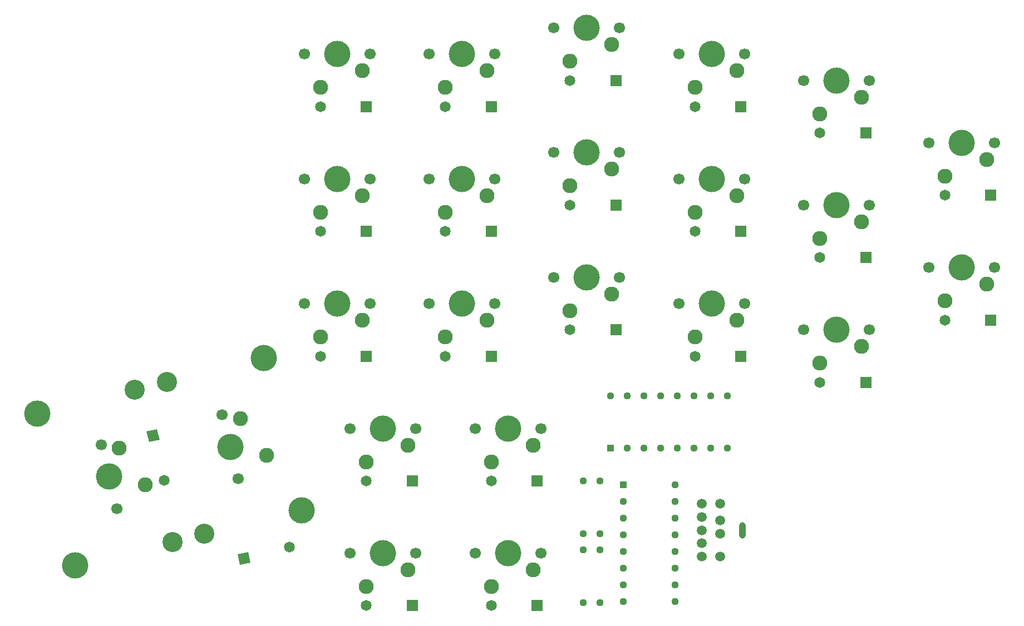
<source format=gbr>
%TF.GenerationSoftware,KiCad,Pcbnew,(5.1.10)-1*%
%TF.CreationDate,2021-08-19T22:55:08-05:00*%
%TF.ProjectId,RightHand,52696768-7448-4616-9e64-2e6b69636164,rev?*%
%TF.SameCoordinates,Original*%
%TF.FileFunction,Soldermask,Top*%
%TF.FilePolarity,Negative*%
%FSLAX46Y46*%
G04 Gerber Fmt 4.6, Leading zero omitted, Abs format (unit mm)*
G04 Created by KiCad (PCBNEW (5.1.10)-1) date 2021-08-19 22:55:08*
%MOMM*%
%LPD*%
G01*
G04 APERTURE LIST*
%ADD10C,1.130000*%
%ADD11R,1.130000X1.130000*%
%ADD12C,1.500000*%
%ADD13O,1.000000X2.500000*%
%ADD14C,4.000000*%
%ADD15C,1.700000*%
%ADD16C,2.286000*%
%ADD17C,1.651000*%
%ADD18R,1.651000X1.651000*%
%ADD19C,3.050000*%
%ADD20C,0.100000*%
G04 APERTURE END LIST*
D10*
%TO.C,UREG1*%
X151470000Y-79110000D03*
X151470000Y-81650000D03*
X151470000Y-84190000D03*
X151470000Y-86730000D03*
X151470000Y-89270000D03*
X151470000Y-91810000D03*
X151470000Y-94350000D03*
X151470000Y-96890000D03*
X143530000Y-96890000D03*
X143530000Y-94350000D03*
X143530000Y-91810000D03*
X143530000Y-89270000D03*
X143530000Y-86730000D03*
X143530000Y-84190000D03*
X143530000Y-81650000D03*
D11*
X143530000Y-79110000D03*
%TD*%
D10*
%TO.C,UDEMUX1*%
X141610000Y-65530000D03*
X144150000Y-65530000D03*
X146690000Y-65530000D03*
X149230000Y-65530000D03*
X151770000Y-65530000D03*
X154310000Y-65530000D03*
X156850000Y-65530000D03*
X159390000Y-65530000D03*
X159390000Y-73470000D03*
X156850000Y-73470000D03*
X154310000Y-73470000D03*
X151770000Y-73470000D03*
X149230000Y-73470000D03*
X146690000Y-73470000D03*
X144150000Y-73470000D03*
D11*
X141610000Y-73470000D03*
%TD*%
D12*
%TO.C,UD9*%
X155500000Y-82000000D03*
X155500000Y-84000000D03*
X155500000Y-86000000D03*
X155500000Y-88000000D03*
X155500000Y-90000000D03*
X158300000Y-90000000D03*
X158300000Y-82000000D03*
X158300000Y-84500000D03*
X158300000Y-86500000D03*
D13*
X161650000Y-86000000D03*
%TD*%
D10*
%TO.C,R3*%
X137500000Y-78500000D03*
X137500000Y-86500000D03*
%TD*%
%TO.C,R2*%
X140000000Y-78500000D03*
X140000000Y-86500000D03*
%TD*%
%TO.C,R1*%
X140000000Y-97000000D03*
X140000000Y-89000000D03*
%TD*%
%TO.C,R0*%
X137500000Y-89000000D03*
X137500000Y-97000000D03*
%TD*%
D14*
%TO.C,KY1*%
X100000000Y-13500000D03*
D15*
X95000000Y-13500000D03*
X105000000Y-13500000D03*
D16*
X103810000Y-16040000D03*
X97460000Y-18580000D03*
D17*
X97460000Y-21500000D03*
D18*
X104460000Y-21500000D03*
%TD*%
D14*
%TO.C,KU1*%
X119000000Y-13500000D03*
D15*
X114000000Y-13500000D03*
X124000000Y-13500000D03*
D16*
X122810000Y-16040000D03*
X116460000Y-18580000D03*
D17*
X116460000Y-21500000D03*
D18*
X123460000Y-21500000D03*
%TD*%
D14*
%TO.C,KTG_D1*%
X126000000Y-89500000D03*
D15*
X121000000Y-89500000D03*
X131000000Y-89500000D03*
D16*
X129810000Y-92040000D03*
X123460000Y-94580000D03*
D17*
X123460000Y-97500000D03*
D18*
X130460000Y-97500000D03*
%TD*%
D14*
%TO.C,KTG_C1*%
X107000000Y-89500000D03*
D15*
X102000000Y-89500000D03*
X112000000Y-89500000D03*
D16*
X110810000Y-92040000D03*
X104460000Y-94580000D03*
D17*
X104460000Y-97500000D03*
D18*
X111460000Y-97500000D03*
%TD*%
D14*
%TO.C,KTG_B1*%
X126000000Y-70500000D03*
D15*
X121000000Y-70500000D03*
X131000000Y-70500000D03*
D16*
X129810000Y-73040000D03*
X123460000Y-75580000D03*
D17*
X123460000Y-78500000D03*
D18*
X130460000Y-78500000D03*
%TD*%
D14*
%TO.C,KTG_A1*%
X107000000Y-70500000D03*
D15*
X102000000Y-70500000D03*
X112000000Y-70500000D03*
D16*
X110810000Y-73040000D03*
X104460000Y-75580000D03*
D17*
X104460000Y-78500000D03*
D18*
X111460000Y-78500000D03*
%TD*%
D14*
%TO.C,KSEMICOLON1*%
X176000000Y-36500000D03*
D15*
X171000000Y-36500000D03*
X181000000Y-36500000D03*
D16*
X179810000Y-39040000D03*
X173460000Y-41580000D03*
D17*
X173460000Y-44500000D03*
D18*
X180460000Y-44500000D03*
%TD*%
D14*
%TO.C,KPERIOD1*%
X157000000Y-51500000D03*
D15*
X152000000Y-51500000D03*
X162000000Y-51500000D03*
D16*
X160810000Y-54040000D03*
X154460000Y-56580000D03*
D17*
X154460000Y-59500000D03*
D18*
X161460000Y-59500000D03*
%TD*%
D14*
%TO.C,KP1*%
X176000000Y-17500000D03*
D15*
X171000000Y-17500000D03*
X181000000Y-17500000D03*
D16*
X179810000Y-20040000D03*
X173460000Y-22580000D03*
D17*
X173460000Y-25500000D03*
D18*
X180460000Y-25500000D03*
%TD*%
D14*
%TO.C,KO1*%
X157000000Y-13500000D03*
D15*
X152000000Y-13500000D03*
X162000000Y-13500000D03*
D16*
X160810000Y-16040000D03*
X154460000Y-18580000D03*
D17*
X154460000Y-21500000D03*
D18*
X161460000Y-21500000D03*
%TD*%
D14*
%TO.C,KN1*%
X100000000Y-51500000D03*
D15*
X95000000Y-51500000D03*
X105000000Y-51500000D03*
D16*
X103810000Y-54040000D03*
X97460000Y-56580000D03*
D17*
X97460000Y-59500000D03*
D18*
X104460000Y-59500000D03*
%TD*%
D14*
%TO.C,KM1*%
X119000000Y-51500000D03*
D15*
X114000000Y-51500000D03*
X124000000Y-51500000D03*
D16*
X122810000Y-54040000D03*
X116460000Y-56580000D03*
D17*
X116460000Y-59500000D03*
D18*
X123460000Y-59500000D03*
%TD*%
D14*
%TO.C,KL1*%
X157000000Y-32500000D03*
D15*
X152000000Y-32500000D03*
X162000000Y-32500000D03*
D16*
X160810000Y-35040000D03*
X154460000Y-37580000D03*
D17*
X154460000Y-40500000D03*
D18*
X161460000Y-40500000D03*
%TD*%
D14*
%TO.C,KK1*%
X138000000Y-28500000D03*
D15*
X133000000Y-28500000D03*
X143000000Y-28500000D03*
D16*
X141810000Y-31040000D03*
X135460000Y-33580000D03*
D17*
X135460000Y-36500000D03*
D18*
X142460000Y-36500000D03*
%TD*%
D14*
%TO.C,KJ1*%
X119000000Y-32500000D03*
D15*
X114000000Y-32500000D03*
X124000000Y-32500000D03*
D16*
X122810000Y-35040000D03*
X116460000Y-37580000D03*
D17*
X116460000Y-40500000D03*
D18*
X123460000Y-40500000D03*
%TD*%
D14*
%TO.C,KI1*%
X138000000Y-9500000D03*
D15*
X133000000Y-9500000D03*
X143000000Y-9500000D03*
D16*
X141810000Y-12040000D03*
X135460000Y-14580000D03*
D17*
X135460000Y-17500000D03*
D18*
X142460000Y-17500000D03*
%TD*%
D14*
%TO.C,KH1*%
X100000000Y-32500000D03*
D15*
X95000000Y-32500000D03*
X105000000Y-32500000D03*
D16*
X103810000Y-35040000D03*
X97460000Y-37580000D03*
D17*
X97460000Y-40500000D03*
D18*
X104460000Y-40500000D03*
%TD*%
D14*
%TO.C,KFSLASH1*%
X176000000Y-55500000D03*
D15*
X171000000Y-55500000D03*
X181000000Y-55500000D03*
D16*
X179810000Y-58040000D03*
X173460000Y-60580000D03*
D17*
X173460000Y-63500000D03*
D18*
X180460000Y-63500000D03*
%TD*%
D14*
%TO.C,KENTER1*%
X195000000Y-46000000D03*
D15*
X190000000Y-46000000D03*
X200000000Y-46000000D03*
D16*
X198810000Y-48540000D03*
X192460000Y-51080000D03*
D17*
X192460000Y-54000000D03*
D18*
X199460000Y-54000000D03*
%TD*%
D14*
%TO.C,KCOMMA1*%
X138000000Y-47500000D03*
D15*
X133000000Y-47500000D03*
X143000000Y-47500000D03*
D16*
X141810000Y-50040000D03*
X135460000Y-52580000D03*
D17*
X135460000Y-55500000D03*
D18*
X142460000Y-55500000D03*
%TD*%
D14*
%TO.C,KBACKSPACE1*%
X195000000Y-27000000D03*
D15*
X190000000Y-27000000D03*
X200000000Y-27000000D03*
D16*
X198810000Y-29540000D03*
X192460000Y-32080000D03*
D17*
X192460000Y-35000000D03*
D18*
X199460000Y-35000000D03*
%TD*%
D14*
%TO.C,KT2_1*%
X88896257Y-59753541D03*
X94592436Y-82944228D03*
D19*
X79792350Y-86579478D03*
X74096171Y-63388791D03*
D14*
X83742200Y-73314400D03*
D15*
X84934867Y-78170071D03*
X82549533Y-68458729D03*
D16*
X85300069Y-69008503D03*
X89281437Y-74569331D03*
D17*
X92730631Y-88611933D03*
D20*
G36*
X86853581Y-90905512D02*
G01*
X85250238Y-91299331D01*
X84856419Y-89695988D01*
X86459762Y-89302169D01*
X86853581Y-90905512D01*
G37*
%TD*%
D19*
%TO.C,KT2_2*%
X74936629Y-87772009D03*
X69240450Y-64581322D03*
D14*
X60136543Y-91407259D03*
X54440364Y-68216572D03*
X65290600Y-77846400D03*
D15*
X66483267Y-82702071D03*
X64097933Y-72990729D03*
D16*
X66848469Y-73540503D03*
X70829837Y-79101331D03*
D17*
X73665549Y-78404813D03*
D20*
G36*
X72994396Y-72211635D02*
G01*
X71391053Y-72605454D01*
X70997234Y-71002111D01*
X72600577Y-70608292D01*
X72994396Y-72211635D01*
G37*
%TD*%
M02*

</source>
